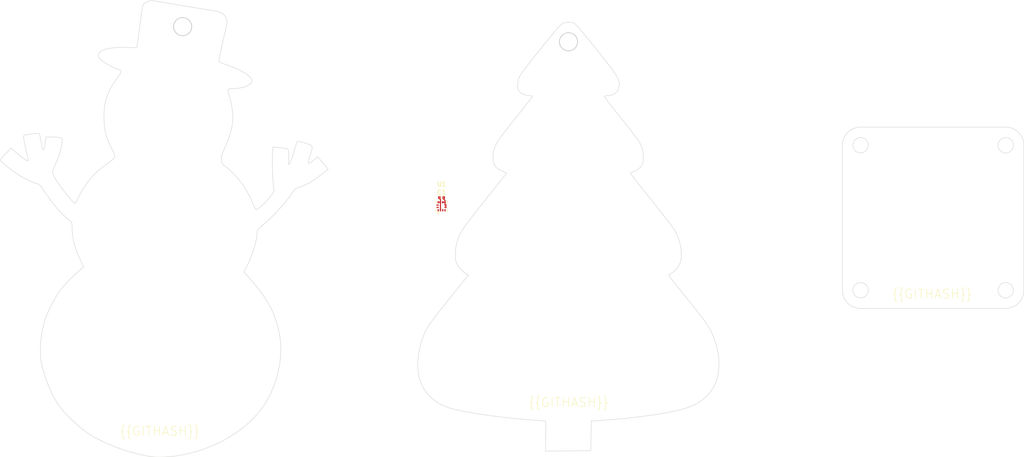
<source format=kicad_pcb>
(kicad_pcb (version 20221018) (generator pcbnew)
  (layers (0 "F.Cu" signal) (31 "B.Cu" signal) (34 "B.Paste" user) (35 "F.Paste" user) (36 "B.SilkS" user "B.Silkscreen") (37 "F.SilkS" user "F.Silkscreen") (38 "B.Mask" user) (39 "F.Mask" user) (44 "Edge.Cuts" user))
  (net 0 "")
  (net 1 "int1")
  (net 2 "int2")
  (net 3 "gnd")
  (net 4 "sda_sdi_sdo")
  (net 5 "sdo_sa0")
  (net 6 "scl_spc")
  (net 7 "vcc")
  (footprint "lib:LGA-12_L2.0-W2.0-P0.50-BL" (layer "F.Cu") (at 133.255 95.245)
    (fp_text reference "U1" (at 0 -4.88) (layer "F.SilkS"))
    (fp_text value "")
    (fp_line (start -1.27 -1.14) (end -1.27 -0.51) (stroke (width 0.1)) (layer "F.SilkS"))
    (fp_line (start -1.27 0.51) (end -1.27 1.14) (stroke (width 0.1)) (layer "F.SilkS"))
    (fp_line (start -1.27 1.14) (end -1.04 1.14) (stroke (width 0.1)) (layer "F.SilkS"))
    (fp_line (start -1.01 -1.14) (end -1.27 -1.14) (stroke (width 0.1)) (layer "F.SilkS"))
    (fp_line (start 1.02 -1.14) (end 1.27 -1.14) (stroke (width 0.1)) (layer "F.SilkS"))
    (fp_line (start 1.27 -1.14) (end 1.27 -0.51) (stroke (width 0.1)) (layer "F.SilkS"))
    (fp_line (start 1.27 0.51) (end 1.27 1.14) (stroke (width 0.1)) (layer "F.SilkS"))
    (fp_line (start 1.27 1.14) (end 1.02 1.14) (stroke (width 0.1)) (layer "F.SilkS"))
    (fp_circle (center -0.75 1.46) (end -0.68 1.46) (stroke (width 0.15)) (fill none) (layer "F.SilkS"))
    (pad "1" smd rect (at -0.75 0.88) (size 0.28 0.5) (layers "F.Cu" "F.Paste" "F.Mask") (net 6 "scl_spc"))
    (pad "2" smd rect (at -0.25 0.88) (size 0.28 0.5) (layers "F.Cu" "F.Paste" "F.Mask") (net 7 "vcc"))
    (pad "3" smd rect (at 0.25 0.88) (size 0.28 0.5) (layers "F.Cu" "F.Paste" "F.Mask") (net 5 "sdo_sa0"))
    (pad "4" smd rect (at 0.75 0.88) (size 0.28 0.5) (layers "F.Cu" "F.Paste" "F.Mask") (net 4 "sda_sdi_sdo"))
    (pad "5" smd rect (at 0.88 0.25) (size 0.5 0.28) (layers "F.Cu" "F.Paste" "F.Mask") (net 3 "gnd"))
    (pad "6" smd rect (at 0.88 -0.25) (size 0.5 0.28) (layers "F.Cu" "F.Paste" "F.Mask") (net 3 "gnd"))
    (pad "7" smd rect (at 0.75 -0.88) (size 0.28 0.5) (layers "F.Cu" "F.Paste" "F.Mask") (net 3 "gnd"))
    (pad "8" smd rect (at 0.25 -0.88) (size 0.28 0.5) (layers "F.Cu" "F.Paste" "F.Mask") (net 3 "gnd"))
    (pad "9" smd rect (at -0.25 -0.88) (size 0.28 0.5) (layers "F.Cu" "F.Paste" "F.Mask") (net 7 "vcc"))
    (pad "10" smd rect (at -0.75 -0.88) (size 0.28 0.5) (layers "F.Cu" "F.Paste" "F.Mask") (net 7 "vcc"))
    (pad "11" smd rect (at -0.88 -0.25) (size 0.5 0.28) (layers "F.Cu" "F.Paste" "F.Mask") (net 2 "int2"))
    (pad "12" smd rect (at -0.88 0.25) (size 0.5 0.28) (layers "F.Cu" "F.Paste" "F.Mask") (net 1 "int1"))
  )
  (footprint "lib:C0402" (layer "F.Cu") (at 133.240113 93.346641)
    (fp_text reference "C1" (at 0 -1.16) (layer "F.SilkS"))
    (fp_text value "Multilayer Ceramic Capacitors MLCC - SMD/SMT 100nF 10V 0402 RoHS")
    (fp_line (start -0.107836 -0.36) (end 0.107836 -0.36) (stroke (width 0.12)) (layer "F.SilkS"))
    (fp_line (start -0.107836 0.36) (end 0.107836 0.36) (stroke (width 0.12)) (layer "F.SilkS"))
    (pad "1" smd roundrect (at -0.48 0) (size 0.56 0.62) (layers "F.Cu" "F.Paste" "F.Mask") (net 7 "vcc"))
    (pad "2" smd roundrect (at 0.48 0) (size 0.56 0.62) (layers "F.Cu" "F.Paste" "F.Mask") (net 3 "gnd"))
  )
  (gr_circle (center 225.62 81.79) (end 227.32 81.79) (stroke (width 0.1)) (fill none) (layer "Edge.Cuts"))
  (gr_circle (center 257.62 113.79) (end 259.32 113.79) (stroke (width 0.1)) (fill none) (layer "Edge.Cuts"))
  (gr_circle (center 257.62 81.79) (end 259.32 81.79) (stroke (width 0.1)) (fill none) (layer "Edge.Cuts"))
  (gr_poly (pts (xy 75.142222 50.797022) (xy 79.756606 51.568267) (xy 82.366969 51.99203) (xy 83.019066 52.095762) (xy 83.303876 52.146979) (xy 83.563537 52.198618) (xy 83.799806 52.251323) (xy 84.01444 52.305736) (xy 84.209196 52.362498) (xy 84.385831 52.422252) (xy 84.546102 52.485641) (xy 84.691766 52.553306) (xy 84.824581 52.62589) (xy 84.946303 52.704035) (xy 85.05869 52.788383) (xy 85.163499 52.879577) (xy 85.262486 52.978258) (xy 85.357409 53.08507) (xy 85.479286 53.234958) (xy 85.586233 53.378736) (xy 85.634185 53.44915) (xy 85.678498 53.519015) (xy 85.719202 53.588656) (xy 85.75633 53.658402) (xy 85.789911 53.728576) (xy 85.819976 53.799506) (xy 85.846558 53.871517) (xy 85.869686 53.944936) (xy 85.889392 54.020089) (xy 85.905707 54.097301) (xy 85.918662 54.176899) (xy 85.928287 54.259209) (xy 85.934615 54.344557) (xy 85.937675 54.433269) (xy 85.937499 54.525672) (xy 85.934119 54.62209) (xy 85.927564 54.722851) (xy 85.917866 54.82828) (xy 85.889166 55.054449) (xy 85.848266 55.303204) (xy 85.795414 55.577155) (xy 85.730859 55.878909) (xy 85.654849 56.211077) (xy 84.878546 59.55341) (xy 84.657875 60.550977) (xy 84.450892 61.532488) (xy 84.331406 62.116419) (xy 84.229648 62.629765) (xy 84.15639 63.017063) (xy 84.122409 63.222849) (xy 84.123062 63.236814) (xy 84.127967 63.251873) (xy 84.137065 63.268001) (xy 84.150302 63.285171) (xy 84.167619 63.303357) (xy 84.188962 63.322534) (xy 84.214273 63.342674) (xy 84.243497 63.363751) (xy 84.313454 63.408613) (xy 84.398381 63.456909) (xy 84.497828 63.50843) (xy 84.611342 63.562966) (xy 84.738473 63.620306) (xy 84.878767 63.680241) (xy 85.031775 63.742561) (xy 85.197043 63.807056) (xy 85.374121 63.873515) (xy 85.562558 63.94173) (xy 85.7619 64.011489) (xy 85.971698 64.082583) (xy 86.585981 64.296029) (xy 87.172975 64.516947) (xy 87.730729 64.744054) (xy 88.257293 64.976069) (xy 88.75072 65.211708) (xy 89.209058 65.449689) (xy 89.63036 65.68873) (xy 90.012676 65.927548) (xy 90.354056 66.16486) (xy 90.652552 66.399385) (xy 90.906214 66.629839) (xy 91.113092 66.85494) (xy 91.271238 67.073405) (xy 91.378702 67.283953) (xy 91.412819 67.385857) (xy 91.433535 67.485301) (xy 91.440605 67.582123) (xy 91.433787 67.676165) (xy 91.41712 67.753004) (xy 91.390362 67.829368) (xy 91.35383 67.905131) (xy 91.307839 67.980165) (xy 91.252707 68.054343) (xy 91.188749 68.12754) (xy 91.116281 68.199626) (xy 91.03562 68.270477) (xy 90.947082 68.339964) (xy 90.850984 68.407961) (xy 90.747641 68.47434) (xy 90.637371 68.538975) (xy 90.520488 68.601739) (xy 90.39731 68.662505) (xy 90.268153 68.721145) (xy 90.133332 68.777534) (xy 89.993165 68.831543) (xy 89.847967 68.883047) (xy 89.543745 68.978027) (xy 89.223197 69.06146) (xy 88.888852 69.132329) (xy 88.54324 69.189618) (xy 88.188892 69.232313) (xy 88.009232 69.24787) (xy 87.828337 69.259397) (xy 87.646523 69.266767) (xy 87.464106 69.269854) (xy 87.202959 69.272042) (xy 86.97453 69.277492) (xy 86.777472 69.288473) (xy 86.690288 69.296746) (xy 86.610443 69.307253) (xy 86.537768 69.320276) (xy 86.472096 69.3361) (xy 86.413258 69.355009) (xy 86.361087 69.377285) (xy 86.315414 69.403211) (xy 86.276071 69.433073) (xy 86.24289 69.467154) (xy 86.215703 69.505736) (xy 86.194342 69.549103) (xy 86.178638 69.59754) (xy 86.168424 69.65133) (xy 86.163532 69.710755) (xy 86.163793 69.776101) (xy 86.169039 69.847649) (xy 86.179102 69.925685) (xy 86.193814 70.010491) (xy 86.236514 70.20155) (xy 86.295792 70.423093) (xy 86.370304 70.677389) (xy 86.458705 70.966708) (xy 86.582128 71.384478) (xy 86.694998 71.803093) (xy 86.797211 72.221567) (xy 86.888665 72.638919) (xy 86.969257 73.054166) (xy 87.038885 73.466323) (xy 87.097447 73.874409) (xy 87.144838 74.277439) (xy 87.180958 74.674432) (xy 87.205702 75.064404) (xy 87.21897 75.446371) (xy 87.220657 75.819352) (xy 87.210662 76.182361) (xy 87.188881 76.534418) (xy 87.155212 76.874538) (xy 87.109553 77.201739) (xy 86.986123 77.871628) (xy 86.830027 78.558912) (xy 86.643845 79.255662) (xy 86.430157 79.953949) (xy 86.19154 80.645848) (xy 85.930575 81.323429) (xy 85.649841 81.978766) (xy 85.351916 82.60393) (xy 85.189192 82.938586) (xy 85.118752 83.093315) (xy 85.055229 83.240939) (xy 84.998352 83.382431) (xy 84.947849 83.518761) (xy 84.903447 83.650903) (xy 84.864875 83.779828) (xy 84.831859 83.906506) (xy 84.804129 84.031911) (xy 84.781412 84.157013) (xy 84.763435 84.282785) (xy 84.749927 84.410197) (xy 84.740615 84.540223) (xy 84.735228 84.673833) (xy 84.733493 84.811999) (xy 84.736223 85.129082) (xy 84.741369 85.261496) (xy 84.750575 85.379459) (xy 84.764997 85.485194) (xy 84.774524 85.534172) (xy 84.785789 85.580928) (xy 84.798934 85.625739) (xy 84.814106 85.668884) (xy 84.831447 85.710641) (xy 84.851104 85.751288) (xy 84.873219 85.791103) (xy 84.897937 85.830364) (xy 84.925403 85.869349) (xy 84.955761 85.908337) (xy 84.989155 85.947605) (xy 85.02573 85.987432) (xy 85.109 86.069873) (xy 85.206725 86.157886) (xy 85.320061 86.253696) (xy 85.598185 86.477602) (xy 86.096863 86.886277) (xy 86.577755 87.306529) (xy 87.04138 87.739064) (xy 87.488258 88.184586) (xy 87.918909 88.6438) (xy 88.333852 89.117412) (xy 88.733607 89.606125) (xy 89.118694 90.110646) (xy 89.489632 90.631678) (xy 89.846941 91.169927) (xy 90.19114 91.726098) (xy 90.52275 92.300895) (xy 90.84229 92.895024) (xy 91.150279 93.509189) (xy 91.447237 94.144095) (xy 91.733683 94.800448) (xy 91.84059 95.047283) (xy 91.945802 95.277558) (xy 92.046625 95.486234) (xy 92.140364 95.668271) (xy 92.224324 95.818627) (xy 92.295813 95.932265) (xy 92.326039 95.973739) (xy 92.352136 96.004143) (xy 92.373767 96.022848) (xy 92.382804 96.027616) (xy 92.390597 96.029223) (xy 92.399173 96.028006) (xy 92.410522 96.024397) (xy 92.441219 96.010237) (xy 92.482045 95.987221) (xy 92.53236 95.955824) (xy 92.591521 95.916524) (xy 92.658887 95.869798) (xy 92.815666 95.755976) (xy 92.997564 95.618173) (xy 93.199447 95.460204) (xy 93.416182 95.285885) (xy 93.642634 95.099032) (xy 93.891007 94.882848) (xy 94.141366 94.648628) (xy 94.390948 94.400061) (xy 94.636991 94.140836) (xy 94.87673 93.874641) (xy 95.107403 93.605164) (xy 95.326247 93.336095) (xy 95.530498 93.071122) (xy 95.717394 92.813933) (xy 95.884171 92.568218) (xy 96.028066 92.337665) (xy 96.146316 92.125962) (xy 96.236159 91.936798) (xy 96.294829 91.773863) (xy 96.311612 91.703383) (xy 96.319566 91.640844) (xy 96.318345 91.586706) (xy 96.307605 91.54143) (xy 96.264441 91.378418) (xy 96.221593 91.121805) (xy 96.138989 90.373142) (xy 96.064068 89.386161) (xy 96.001109 88.251583) (xy 95.954389 87.060129) (xy 95.928186 85.902519) (xy 95.926777 84.869474) (xy 95.95444 84.051714) (xy 96.07471 82.177477) (xy 97.36716 82.304781) (xy 98.13507 82.379263) (xy 98.441266 82.413109) (xy 98.700599 82.449744) (xy 98.916803 82.492956) (xy 99.009898 82.518212) (xy 99.09361 82.546534) (xy 99.168406 82.578395) (xy 99.234753 82.614268) (xy 99.293117 82.654627) (xy 99.343964 82.699946) (xy 99.387763 82.750698) (xy 99.424978 82.807357) (xy 99.456076 82.870396) (xy 99.481525 82.94029) (xy 99.501791 83.017511) (xy 99.51734 83.102533) (xy 99.536155 83.297877) (xy 99.541702 83.530109) (xy 99.537716 83.803018) (xy 99.51607 84.486025) (xy 99.501811 85.019341) (xy 99.495778 85.429631) (xy 99.49953 85.727933) (xy 99.505563 85.838537) (xy 99.514626 85.925284) (xy 99.526915 85.989553) (xy 99.542625 86.032723) (xy 99.551823 86.046828) (xy 99.56195 86.056175) (xy 99.573029 86.060938) (xy 99.585085 86.061289) (xy 99.612224 86.049443) (xy 99.643564 86.022019) (xy 99.679299 85.980395) (xy 99.719623 85.925951) (xy 99.770963 85.835961) (xy 99.83738 85.6921) (xy 100.00736 85.267042) (xy 100.213404 84.699332) (xy 100.439353 84.037526) (xy 100.669049 83.330178) (xy 100.886332 82.625845) (xy 101.075044 81.973082) (xy 101.219027 81.420443) (xy 101.232451 81.367288) (xy 101.246658 81.317349) (xy 101.261814 81.270604) (xy 101.278084 81.227032) (xy 101.295634 81.186611) (xy 101.314631 81.149321) (xy 101.33524 81.115138) (xy 101.357628 81.084043) (xy 101.381959 81.056013) (xy 101.4084 81.031027) (xy 101.437117 81.009064) (xy 101.468275 80.990102) (xy 101.502041 80.974119) (xy 101.538581 80.961095) (xy 101.578059 80.951007) (xy 101.620643 80.943835) (xy 101.666497 80.939556) (xy 101.715788 80.938149) (xy 101.768682 80.939594) (xy 101.825345 80.943867) (xy 101.885942 80.950949) (xy 101.950639 80.960817) (xy 102.019603 80.97345) (xy 102.092998 80.988826) (xy 102.170992 81.006924) (xy 102.253749 81.027723) (xy 102.434219 81.077337) (xy 102.635734 81.137495) (xy 102.859622 81.208025) (xy 103.581471 81.438726) (xy 103.868146 81.535185) (xy 104.108644 81.625316) (xy 104.212356 81.669476) (xy 104.305459 81.713816) (xy 104.388264 81.758923) (xy 104.461082 81.805384) (xy 104.524226 81.853787) (xy 104.578006 81.904719) (xy 104.622735 81.958768) (xy 104.658725 82.01652) (xy 104.686285 82.078563) (xy 104.705729 82.145484) (xy 104.717368 82.217871) (xy 104.721513 82.296311) (xy 104.718476 82.381392) (xy 104.708568 82.4737) (xy 104.692102 82.573823) (xy 104.669388 82.682348) (xy 104.606464 82.926954) (xy 104.522289 83.212218) (xy 104.300158 83.92351) (xy 104.076968 84.658354) (xy 103.993442 84.95378) (xy 103.929762 85.203046) (xy 103.886777 85.407528) (xy 103.865337 85.568604) (xy 103.862962 85.633296) (xy 103.866292 85.687652) (xy 103.875434 85.731846) (xy 103.890492 85.766049) (xy 103.911574 85.790433) (xy 103.938786 85.805172) (xy 103.972234 85.810436) (xy 104.012025 85.806398) (xy 104.058263 85.79323) (xy 104.111056 85.771105) (xy 104.236732 85.700671) (xy 104.3899 85.596472) (xy 104.571411 85.459887) (xy 105.02286 85.095065) (xy 105.918216 84.355181) (xy 106.388476 84.86751) (xy 106.496975 84.987739) (xy 106.625318 85.133369) (xy 106.92254 85.478508) (xy 107.242155 85.858286) (xy 107.546176 86.22806) (xy 108.2336 87.076296) (xy 106.72333 88.254687) (xy 106.031007 88.783192) (xy 105.392025 89.245391) (xy 105.089314 89.453516) (xy 104.796071 89.647331) (xy 104.511007 89.827593) (xy 104.232833 89.995056) (xy 103.960259 90.150478) (xy 103.691998 90.294613) (xy 103.426759 90.428217) (xy 103.163254 90.552046) (xy 102.900193 90.666855) (xy 102.636288 90.773401) (xy 102.370249 90.872439) (xy 102.100787 90.964724) (xy 101.955978 91.013649) (xy 101.818902 91.062832) (xy 101.689432 91.112348) (xy 101.567439 91.162273) (xy 101.452795 91.212683) (xy 101.345371 91.263651) (xy 101.245039 91.315254) (xy 101.151671 91.367567) (xy 101.065138 91.420665) (xy 100.985313 91.474624) (xy 100.912065 91.529517) (xy 100.845269 91.585421) (xy 100.784794 91.642412) (xy 100.730512 91.700563) (xy 100.682296 91.759951) (xy 100.640017 91.82065) (xy 100.313962 92.312951) (xy 99.958065 92.82026) (xy 99.575318 93.339289) (xy 99.168711 93.866747) (xy 98.741234 94.399346) (xy 98.295878 94.933795) (xy 97.835635 95.466804) (xy 97.363494 95.995083) (xy 96.882446 96.515343) (xy 96.395482 97.024295) (xy 95.905593 97.518647) (xy 95.415769 97.995111) (xy 94.929002 98.450396) (xy 94.44828 98.881213) (xy 93.976596 99.284272) (xy 93.51694 99.656283) (xy 93.364132 99.777198) (xy 93.228349 99.887118) (xy 93.108601 99.987555) (xy 93.003899 100.080022) (xy 92.913256 100.166032) (xy 92.835682 100.247098) (xy 92.770188 100.324733) (xy 92.741662 100.362737) (xy 92.715786 100.40045) (xy 92.692435 100.438062) (xy 92.671487 100.475762) (xy 92.652817 100.513738) (xy 92.636302 100.552181) (xy 92.621819 100.591279) (xy 92.609244 100.631221) (xy 92.589322 100.714395) (xy 92.575548 100.803215) (xy 92.566934 100.899195) (xy 92.56249 101.003847) (xy 92.561229 101.118685) (xy 92.548214 101.459191) (xy 92.510172 101.840399) (xy 92.448603 102.257479) (xy 92.365007 102.705605) (xy 92.260885 103.179948) (xy 92.137739 103.675679) (xy 91.997068 104.187971) (xy 91.840373 104.711996) (xy 91.669155 105.242926) (xy 91.484915 105.775933) (xy 91.289154 106.306188) (xy 91.083372 106.828864) (xy 90.86907 107.339132) (xy 90.647749 107.832164) (xy 90.420909 108.303133) (xy 90.190051 108.74721) (xy 89.658061 109.729433) (xy 90.799319 111.025652) (xy 91.552256 111.894452) (xy 92.247519 112.726345) (xy 92.887901 113.52649) (xy 93.476195 114.300047) (xy 94.015193 115.052178) (xy 94.507688 115.788042) (xy 94.956473 116.5128) (xy 95.364341 117.231612) (xy 95.734083 117.949638) (xy 96.068493 118.672038) (xy 96.370364 119.403974) (xy 96.642488 120.150605) (xy 96.887657 120.917091) (xy 97.108665 121.708593) (xy 97.308304 122.530271) (xy 97.489367 123.387286) (xy 97.659586 124.435519) (xy 97.764545 125.512723) (xy 97.805707 126.613102) (xy 97.784533 127.73086) (xy 97.702485 128.860202) (xy 97.561026 129.995332) (xy 97.361618 131.130454) (xy 97.105722 132.259774) (xy 96.794801 133.377494) (xy 96.430316 134.47782) (xy 96.01373 135.554956) (xy 95.546505 136.603107) (xy 95.030102 137.616476) (xy 94.465984 138.589268) (xy 93.855613 139.515689) (xy 93.20045 140.389941) (xy 92.386005 141.350273) (xy 91.510226 142.273552) (xy 90.576227 143.158109) (xy 89.587122 144.002278) (xy 88.546024 144.80439) (xy 87.456048 145.562779) (xy 86.320308 146.275777) (xy 85.141916 146.941716) (xy 83.923988 147.558929) (xy 82.669636 148.125749) (xy 81.381976 148.640508) (xy 80.06412 149.101539) (xy 78.719182 149.507174) (xy 77.350277 149.855747) (xy 75.960518 150.145589) (xy 74.553019 150.375033) (xy 73.862872 150.459306) (xy 73.131633 150.525975) (xy 72.383923 150.574372) (xy 71.644361 150.603827) (xy 70.93757 150.613671) (xy 70.288169 150.603235) (xy 69.720779 150.57185) (xy 69.475532 150.548093) (xy 69.26002 150.518847) (xy 69.260051 150.518832) (xy 67.831835 150.262486) (xy 66.416949 149.953785) (xy 65.016193 149.592984) (xy 63.630368 149.180338) (xy 62.260274 148.716103) (xy 60.90671 148.200532) (xy 59.570477 147.633881) (xy 58.252375 147.016405) (xy 57.283074 146.528505) (xy 56.847829 146.298277) (xy 56.438641 146.072324) (xy 56.050351 145.846994) (xy 55.6778 145.618633) (xy 55.315827 145.383588) (xy 54.959273 145.138205) (xy 54.602979 144.87883) (xy 54.241783 144.601811) (xy 53.870528 144.303492) (xy 53.484054 143.980222) (xy 52.644807 143.244211) (xy 51.682765 142.36455) (xy 51.097036 141.804159) (xy 50.54538 141.238954) (xy 50.025658 140.665073) (xy 49.535731 140.078649) (xy 49.07346 139.475819) (xy 48.636705 138.852719) (xy 48.223328 138.205483) (xy 47.831189 137.530249) (xy 47.458149 136.823151) (xy 47.10207 136.080325) (xy 46.760812 135.297907) (xy 46.432236 134.472032) (xy 46.114202 133.598836) (xy 45.804573 132.674455) (xy 45.501208 131.695024) (xy 45.201968 130.656679) (xy 45.078569 130.147371) (xy 44.978794 129.594224) (xy 44.90231 129.00242) (xy 44.848785 128.377144) (xy 44.817886 127.723579) (xy 44.809281 127.046907) (xy 44.822637 126.352311) (xy 44.857621 125.644974) (xy 44.913901 124.93008) (xy 44.991145 124.212811) (xy 45.089019 123.498351) (xy 45.207191 122.791883) (xy 45.345328 122.098589) (xy 45.503099 121.423652) (xy 45.68017 120.772256) (xy 45.876208 120.149584) (xy 46.005143 119.787909) (xy 46.154924 119.401263) (xy 46.508073 118.570286) (xy 46.917749 117.69111) (xy 47.366047 116.79819) (xy 47.83506 115.92598) (xy 48.306883 115.108937) (xy 48.76361 114.381515) (xy 48.980717 114.062179) (xy 49.187335 113.77817) (xy 49.387433 113.519297) (xy 49.599256 113.255538) (xy 50.056372 112.715109) (xy 50.555279 112.160374) (xy 51.092575 111.594824) (xy 51.664855 111.021952) (xy 52.268718 110.445248) (xy 52.900758 109.868205) (xy 53.557574 109.294314) (xy 54.329783 108.634142) (xy 53.616031 107.110232) (xy 53.390001 106.6154) (xy 53.179365 106.128819) (xy 52.984012 105.650049) (xy 52.803829 105.178652) (xy 52.638704 104.71419) (xy 52.488525 104.256224) (xy 52.353181 103.804315) (xy 52.232559 103.358025) (xy 52.126547 102.916915) (xy 52.035034 102.480548) (xy 51.957906 102.048484) (xy 51.895053 101.620284) (xy 51.846363 101.195511) (xy 51.811722 100.773726) (xy 51.79102 100.35449) (xy 51.784144 99.937365) (xy 51.780657 99.620612) (xy 51.776007 99.482669) (xy 51.769161 99.357285) (xy 51.759927 99.243666) (xy 51.748111 99.141014) (xy 51.733519 99.048534) (xy 51.715958 98.96543) (xy 51.695233 98.890904) (xy 51.671153 98.824161) (xy 51.643523 98.764406) (xy 51.612149 98.71084) (xy 51.576839 98.662669) (xy 51.537399 98.619096) (xy 51.493635 98.579325) (xy 51.445353 98.542559) (xy 51.149902 98.324092) (xy 50.839064 98.073347) (xy 50.514896 97.792628) (xy 50.179453 97.484238) (xy 49.834791 97.150482) (xy 49.482966 96.793665) (xy 49.126033 96.41609) (xy 48.766047 96.020062) (xy 48.405065 95.607885) (xy 48.045142 95.181864) (xy 47.688333 94.744302) (xy 47.336694 94.297504) (xy 46.992281 93.843774) (xy 46.657149 93.385417) (xy 46.333354 92.924737) (xy 46.022952 92.464037) (xy 45.611719 91.844971) (xy 45.279782 91.362091) (xy 45.137757 91.165551) (xy 45.008606 90.995655) (xy 44.89001 90.849933) (xy 44.779654 90.725918) (xy 44.675221 90.621143) (xy 44.574392 90.533138) (xy 44.474852 90.459437) (xy 44.374284 90.397571) (xy 44.27037 90.345073) (xy 44.160793 90.299474) (xy 44.043237 90.258307) (xy 43.915385 90.219103) (xy 43.593888 90.117525) (xy 43.255864 89.996009) (xy 42.903268 89.855657) (xy 42.538058 89.697573) (xy 42.162189 89.522858) (xy 41.777618 89.332616) (xy 41.386301 89.127951) (xy 40.990194 88.909964) (xy 40.591254 88.679759) (xy 40.191438 88.438438) (xy 39.792701 88.187105) (xy 39.396999 87.926862) (xy 39.00629 87.658812) (xy 38.622529 87.384058) (xy 38.247673 87.103703) (xy 37.883677 86.81885) (xy 37.49456 86.502783) (xy 37.131548 86.199554) (xy 36.802586 85.916398) (xy 36.515619 85.660548) (xy 36.278593 85.439239) (xy 36.099452 85.259705) (xy 36.034071 85.187865) (xy 35.986141 85.129182) (xy 35.956654 85.08456) (xy 35.946605 85.054903) (xy 35.948192 85.042433) (xy 35.952903 85.026953) (xy 35.971384 84.987332) (xy 36.001425 84.936776) (xy 36.042403 84.876021) (xy 36.093695 84.805804) (xy 36.154681 84.726859) (xy 36.224736 84.639924) (xy 36.303239 84.545735) (xy 36.389567 84.445026) (xy 36.483097 84.338536) (xy 36.689276 84.11115) (xy 36.916796 83.869466) (xy 37.037003 83.745102) (xy 37.160678 83.619372) (xy 38.374759 82.395922) (xy 39.365809 83.301684) (xy 39.814301 83.698656) (xy 40.266196 84.075272) (xy 40.704205 84.419302) (xy 41.111041 84.718514) (xy 41.469414 84.960676) (xy 41.625024 85.056541) (xy 41.762035 85.133557) (xy 41.878286 85.190195) (xy 41.971615 85.224926) (xy 42.039863 85.236222) (xy 42.063905 85.232603) (xy 42.080867 85.222552) (xy 42.085566 85.215268) (xy 42.089233 85.203934) (xy 42.093537 85.169549) (xy 42.093921 85.120268) (xy 42.090523 85.056964) (xy 42.083485 84.98051) (xy 42.072948 84.891778) (xy 42.059051 84.79164) (xy 42.041937 84.68097) (xy 41.998614 84.43152) (xy 41.944105 84.150408) (xy 41.879534 83.844615) (xy 41.806025 83.52112) (xy 41.578977 82.541169) (xy 41.399614 81.732306) (xy 41.265507 81.079136) (xy 41.174225 80.56626) (xy 41.123338 80.17828) (xy 41.112283 80.026315) (xy 41.110416 79.899799) (xy 41.117432 79.796809) (xy 41.133029 79.71542) (xy 41.156901 79.653706) (xy 41.188746 79.609743) (xy 41.213078 79.592846) (xy 41.252556 79.575085) (xy 41.372962 79.537437) (xy 41.541984 79.497733) (xy 41.751641 79.456905) (xy 42.26094 79.37561) (xy 42.837013 79.301016) (xy 43.416018 79.240586) (xy 43.934111 79.201782) (xy 44.150364 79.192822) (xy 44.327447 79.192067) (xy 44.45738 79.20045) (xy 44.532183 79.218905) (xy 44.538527 79.223215) (xy 44.545097 79.229471) (xy 44.551878 79.23762) (xy 44.558855 79.247608) (xy 44.573336 79.272888) (xy 44.588416 79.304879) (xy 44.603974 79.343154) (xy 44.619887 79.387282) (xy 44.636031 79.436835) (xy 44.652284 79.491383) (xy 44.668525 79.550496) (xy 44.684629 79.613746) (xy 44.700475 79.680703) (xy 44.715939 79.750937) (xy 44.7309 79.82402) (xy 44.745234 79.899521) (xy 44.75882 79.977012) (xy 44.771533 80.056063) (xy 44.946351 81.130774) (xy 45.025944 81.564983) (xy 45.101061 81.931234) (xy 45.172253 82.230134) (xy 45.24007 82.462288) (xy 45.305063 82.628302) (xy 45.336673 82.686696) (xy 45.367783 82.728781) (xy 45.398463 82.754634) (xy 45.428781 82.764331) (xy 45.458807 82.757947) (xy 45.488608 82.735557) (xy 45.518254 82.697238) (xy 45.547814 82.643066) (xy 45.606951 82.487462) (xy 45.666568 82.269351) (xy 45.727218 81.98934) (xy 45.78945 81.648032) (xy 45.853816 81.246035) (xy 46.055377 79.918581) (xy 47.417926 79.96628) (xy 48.109143 79.993687) (xy 48.392021 80.009194) (xy 48.636741 80.027435) (xy 48.846051 80.049559) (xy 49.022696 80.076715) (xy 49.169424 80.110051) (xy 49.288982 80.150717) (xy 49.339431 80.174158) (xy 49.384117 80.199861) (xy 49.423385 80.227972) (xy 49.457577 80.258632) (xy 49.487036 80.291987) (xy 49.512107 80.32818) (xy 49.533132 80.367353) (xy 49.550455 80.409652) (xy 49.575367 80.504197) (xy 49.589592 80.612965) (xy 49.595876 80.737105) (xy 49.596965 80.877764) (xy 49.590289 81.099803) (xy 49.571905 81.336737) (xy 49.542029 81.587807) (xy 49.500879 81.852253) (xy 49.448672 82.129318) (xy 49.385623 82.418243) (xy 49.311951 82.718269) (xy 49.227873 83.028637) (xy 49.133604 83.34859) (xy 49.029362 83.677367) (xy 48.915364 84.014212) (xy 48.791827 84.358364) (xy 48.658967 84.709065) (xy 48.517002 85.065558) (xy 48.366148 85.427082) (xy 48.206622 85.792879) (xy 47.949769 86.374791) (xy 47.755997 86.832451) (xy 47.68104 87.021721) (xy 47.619784 87.188367) (xy 47.571537 87.335205) (xy 47.535609 87.465048) (xy 47.511311 87.580709) (xy 47.497952 87.685002) (xy 47.494842 87.78074) (xy 47.501291 87.870737) (xy 47.516609 87.957807) (xy 47.540106 88.044763) (xy 47.571091 88.134418) (xy 47.608874 88.229586) (xy 47.761079 88.551834) (xy 47.975096 88.939463) (xy 48.241913 89.380584) (xy 48.55252 89.863307) (xy 49.269066 90.905997) (xy 50.052651 91.972411) (xy 50.831193 92.967426) (xy 51.196047 93.408433) (xy 51.532609 93.795921) (xy 51.831869 94.117998) (xy 52.084818 94.362774) (xy 52.282443 94.518359) (xy 52.357694 94.558989) (xy 52.415736 94.572863) (xy 52.426811 94.571375) (xy 52.439084 94.56696) (xy 52.452509 94.559691) (xy 52.467041 94.549641) (xy 52.482633 94.536883) (xy 52.499239 94.521489) (xy 52.516813 94.503532) (xy 52.535309 94.483086) (xy 52.574881 94.435018) (xy 52.617586 94.377866) (xy 52.663055 94.312214) (xy 52.710918 94.238646) (xy 52.760808 94.157745) (xy 52.812354 94.070093) (xy 52.865187 93.976276) (xy 52.918939 93.876875) (xy 52.97324 93.772474) (xy 53.02772 93.663657) (xy 53.082012 93.551007) (xy 53.135745 93.435107) (xy 53.405424 92.869327) (xy 53.69623 92.311615) (xy 54.007442 91.76282) (xy 54.338342 91.223792) (xy 54.688208 90.695381) (xy 55.05632 90.178436) (xy 55.441958 89.673808) (xy 55.844402 89.182347) (xy 56.262932 88.704901) (xy 56.696828 88.242322) (xy 57.145369 87.795459) (xy 57.607836 87.365163) (xy 58.083508 86.952281) (xy 58.571665 86.557666) (xy 59.071586 86.182166) (xy 59.582553 85.826632) (xy 59.914962 85.598282) (xy 60.214172 85.3804) (xy 60.477869 85.17504) (xy 60.595674 85.077698) (xy 60.703732 84.984257) (xy 60.801753 84.894974) (xy 60.889447 84.810106) (xy 60.966524 84.72991) (xy 61.032694 84.654642) (xy 61.087669 84.584559) (xy 61.131158 84.519919) (xy 61.162872 84.460977) (xy 61.182521 84.407992) (xy 61.189444 84.378526) (xy 61.194656 84.347449) (xy 61.198136 84.314702) (xy 61.199864 84.280227) (xy 61.197977 84.205863) (xy 61.188829 84.123892) (xy 61.172254 84.033852) (xy 61.148084 83.935279) (xy 61.116154 83.82771) (xy 61.076297 83.71068) (xy 61.028345 83.583727) (xy 60.972134 83.446388) (xy 60.907495 83.298197) (xy 60.834263 83.138693) (xy 60.75227 82.967412) (xy 60.661351 82.783889) (xy 60.561339 82.587662) (xy 60.452067 82.378268) (xy 60.237971 81.961359) (xy 60.041673 81.555601) (xy 59.862568 81.158484) (xy 59.700049 80.767498) (xy 59.553508 80.380135) (xy 59.422339 79.993885) (xy 59.305935 79.60624) (xy 59.203689 79.21469) (xy 59.114995 78.816725) (xy 59.039245 78.409838) (xy 58.975833 77.991518) (xy 58.924151 77.559256) (xy 58.883594 77.110544) (xy 58.853553 76.642872) (xy 58.833423 76.153731) (xy 58.822596 75.640612) (xy 58.82378 75.019765) (xy 58.843433 74.425285) (xy 58.882591 73.854032) (xy 58.942291 73.302869) (xy 59.023569 72.768658) (xy 59.127459 72.248262) (xy 59.255 71.738542) (xy 59.407225 71.236361) (xy 59.585172 70.73858) (xy 59.789877 70.242062) (xy 60.022374 69.743669) (xy 60.283701 69.240263) (xy 60.574893 68.728705) (xy 60.896986 68.205859) (xy 61.251015 67.668586) (xy 61.638018 67.113749) (xy 61.84244 66.825076) (xy 62.020375 66.566593) (xy 62.17201 66.336298) (xy 62.29753 66.132187) (xy 62.397121 65.95226) (xy 62.470968 65.794512) (xy 62.498296 65.72333) (xy 62.519258 65.656942) (xy 62.533877 65.595098) (xy 62.542176 65.537547) (xy 62.544179 65.484039) (xy 62.539908 65.434323) (xy 62.529387 65.388151) (xy 62.512639 65.34527) (xy 62.489688 65.305431) (xy 62.460556 65.268384) (xy 62.425267 65.233878) (xy 62.383844 65.201662) (xy 62.33631 65.171487) (xy 62.282689 65.143103) (xy 62.157276 65.090703) (xy 62.007792 65.042459) (xy 61.834422 64.996371) (xy 61.657986 64.943069) (xy 61.445562 64.862593) (xy 61.203024 64.758325) (xy 60.93625 64.633653) (xy 60.353499 64.336631) (xy 59.744319 63.998608) (xy 59.155721 63.646664) (xy 58.634716 63.307879) (xy 58.414252 63.151884) (xy 58.228316 63.009334) (xy 58.082783 62.883614) (xy 57.983531 62.778109) (xy 57.869943 62.622242) (xy 57.777351 62.470362) (xy 57.705558 62.322559) (xy 57.654369 62.178917) (xy 57.623588 62.039526) (xy 57.613018 61.904471) (xy 57.622463 61.773839) (xy 57.651728 61.647718) (xy 57.700616 61.526195) (xy 57.768931 61.409356) (xy 57.856477 61.297289) (xy 57.963058 61.190081) (xy 58.088479 61.087819) (xy 58.232542 60.99059) (xy 58.395052 60.89848) (xy 58.575812 60.811578) (xy 58.774627 60.72997) (xy 58.991301 60.653743) (xy 59.225638 60.582984) (xy 59.477441 60.51778) (xy 59.746514 60.458218) (xy 60.032661 60.404385) (xy 60.335687 60.356369) (xy 60.655395 60.314256) (xy 60.991589 60.278134) (xy 61.344073 60.248089) (xy 61.712651 60.224208) (xy 62.097127 60.20658) (xy 62.497305 60.195289) (xy 62.912988 60.190424) (xy 63.343981 60.192072) (xy 63.790088 60.20032) (xy 66.056857 60.258219) (xy 66.273486 58.80189) (xy 66.542465 56.891029) (xy 66.884944 54.341891) (xy 67.190183 52.053843) (xy 67.248082 51.679802) (xy 67.303557 51.37005) (xy 67.359078 51.117137) (xy 67.417116 50.913616) (xy 67.48014 50.752035) (xy 67.55062 50.624945) (xy 67.631027 50.524898) (xy 67.72383 50.444442) (xy 67.831501 50.37613) (xy 67.956508 50.312512) (xy 68.268412 50.169558) (xy 69.100734 49.778315)) (stroke (width 0.1)) (fill none) (layer "Edge.Cuts"))
  (gr_arc (start 261.62 113.79) (mid 260.448427 116.618427) (end 257.62 117.79) (stroke (width 0.1)) (layer "Edge.Cuts"))
  (gr_arc (start 225.62 117.79) (mid 222.791573 116.618427) (end 221.62 113.79) (stroke (width 0.1)) (layer "Edge.Cuts"))
  (gr_line (start 261.62 113.79) (end 261.62 81.79) (stroke (width 0.1)) (layer "Edge.Cuts"))
  (gr_circle (center 161.229974 58.946031) (end 163.229974 58.946031) (stroke (width 0.2)) (fill none) (layer "Edge.Cuts"))
  (gr_line (start 221.62 81.79) (end 221.62 113.79) (stroke (width 0.1)) (layer "Edge.Cuts"))
  (gr_arc (start 257.62 77.79) (mid 260.448427 78.961573) (end 261.62 81.79) (stroke (width 0.1)) (layer "Edge.Cuts"))
  (gr_poly (pts (xy 161.429183 54.643361) (xy 161.588699 54.648976) (xy 161.743405 54.660128) (xy 161.8913 54.67685) (xy 162.030385 54.699174) (xy 162.158659 54.727132) (xy 162.274122 54.760758) (xy 162.374774 54.800082) (xy 162.418214 54.822065) (xy 162.465501 54.850416) (xy 162.517128 54.885713) (xy 162.573587 54.928531) (xy 162.702967 55.039035) (xy 162.857578 55.186538) (xy 163.041357 55.37565) (xy 163.258241 55.610981) (xy 163.512165 55.897139) (xy 163.807067 56.238735) (xy 164.146884 56.640378) (xy 164.53555 57.106678) (xy 164.977005 57.642244) (xy 165.475183 58.251687) (xy 166.657456 59.710639) (xy 168.113864 61.520411) (xy 169.490282 63.25197) (xy 170.562092 64.650979) (xy 170.993296 65.243203) (xy 171.359779 65.7732) (xy 171.665351 66.247941) (xy 171.913823 66.674396) (xy 172.109006 67.059535) (xy 172.254708 67.41033) (xy 172.354741 67.733749) (xy 172.412915 68.036764) (xy 172.433041 68.326344) (xy 172.418927 68.609461) (xy 172.374385 68.893084) (xy 172.303226 69.184183) (xy 172.274597 69.278158) (xy 172.242 69.369887) (xy 172.205507 69.459324) (xy 172.165188 69.546423) (xy 172.121114 69.631137) (xy 172.073357 69.713419) (xy 172.021987 69.793223) (xy 171.967076 69.870502) (xy 171.908694 69.945208) (xy 171.846914 70.017296) (xy 171.781806 70.08672) (xy 171.71344 70.153431) (xy 171.641889 70.217383) (xy 171.567223 70.278531) (xy 171.489513 70.336826) (xy 171.408831 70.392223) (xy 171.325247 70.444674) (xy 171.238833 70.494134) (xy 171.14966 70.540554) (xy 171.057799 70.58389) (xy 170.96332 70.624093) (xy 170.866295 70.661118) (xy 170.766796 70.694917) (xy 170.664893 70.725444) (xy 170.560657 70.752652) (xy 170.45416 70.776495) (xy 170.345472 70.796926) (xy 170.234664 70.813898) (xy 170.121809 70.827364) (xy 170.006976 70.837278) (xy 169.890237 70.843593) (xy 169.771663 70.846262) (xy 169.726607 70.847177) (xy 169.681188 70.849133) (xy 169.590479 70.855957) (xy 169.501974 70.8663) (xy 169.418107 70.879728) (xy 169.378675 70.887463) (xy 169.341315 70.895806) (xy 169.306334 70.904703) (xy 169.274034 70.9141) (xy 169.244721 70.923942) (xy 169.218699 70.934176) (xy 169.196272 70.944746) (xy 169.177745 70.955599) (xy 169.171643 70.965792) (xy 169.172154 70.983757) (xy 169.17922 71.009417) (xy 169.192785 71.042693) (xy 169.239181 71.131786) (xy 169.310885 71.250417) (xy 169.407439 71.397965) (xy 169.528385 71.573811) (xy 169.673265 71.777334) (xy 169.841623 72.007915) (xy 170.246938 72.547768) (xy 170.740668 73.18841) (xy 171.319154 73.924882) (xy 171.978732 74.752222) (xy 174.641332 78.093405) (xy 175.537111 79.246786) (xy 176.200008 80.134787) (xy 176.673118 80.816979) (xy 176.99954 81.352933) (xy 177.222371 81.802218) (xy 177.384708 82.224406) (xy 177.462833 82.472098) (xy 177.531331 82.72855) (xy 177.59016 82.991701) (xy 177.639284 83.259489) (xy 177.678662 83.529854) (xy 177.708257 83.800735) (xy 177.728028 84.070071) (xy 177.737937 84.335802) (xy 177.737946 84.595867) (xy 177.728014 84.848205) (xy 177.708104 85.090755) (xy 177.678176 85.321456) (xy 177.638191 85.538248) (xy 177.588111 85.739069) (xy 177.527896 85.92186) (xy 177.457507 86.084559) (xy 177.391656 86.207668) (xy 177.318059 86.327563) (xy 177.236853 86.444134) (xy 177.148173 86.557272) (xy 177.052156 86.666869) (xy 176.948938 86.772814) (xy 176.838657 86.874999) (xy 176.721448 86.973315) (xy 176.597448 87.067652) (xy 176.466794 87.157903) (xy 176.32962 87.243956) (xy 176.186065 87.325705) (xy 176.036265 87.403039) (xy 175.880355 87.475849) (xy 175.718473 87.544027) (xy 175.550754 87.607462) (xy 175.482045 87.632835) (xy 175.415483 87.658969) (xy 175.351405 87.685667) (xy 175.290146 87.712731) (xy 175.23204 87.739963) (xy 175.177423 87.767164) (xy 175.126631 87.794136) (xy 175.079997 87.820681) (xy 175.037859 87.846601) (xy 175.00055 87.871698) (xy 174.968407 87.895773) (xy 174.941764 87.918629) (xy 174.920956 87.940066) (xy 174.90632 87.959888) (xy 174.898189 87.977896) (xy 174.896668 87.986157) (xy 174.8969 87.993891) (xy 174.922027 88.037315) (xy 174.991394 88.135797) (xy 175.25375 88.486297) (xy 176.209258 89.720013) (xy 177.617844 91.508896) (xy 179.333926 93.666804) (xy 181.092323 95.879526) (xy 182.616098 97.817656) (xy 183.742073 99.272256) (xy 184.307071 100.034388) (xy 184.515284 100.360502) (xy 184.7117 100.694247) (xy 184.896111 101.034954) (xy 185.068309 101.381957) (xy 185.228084 101.734588) (xy 185.375229 102.092181) (xy 185.509535 102.454068) (xy 185.630794 102.819582) (xy 185.738797 103.188056) (xy 185.833335 103.558822) (xy 185.914201 103.931214) (xy 185.981186 104.304563) (xy 186.034081 104.678204) (xy 186.072678 105.051468) (xy 186.096768 105.423689) (xy 186.106143 105.794199) (xy 186.105091 106.172735) (xy 186.095928 106.491761) (xy 186.087599 106.633067) (xy 186.076394 106.764426) (xy 186.062032 106.887483) (xy 186.044229 107.003882) (xy 186.022703 107.115265) (xy 185.997171 107.223277) (xy 185.967351 107.329562) (xy 185.932961 107.435763) (xy 185.893716 107.543524) (xy 185.849336 107.654488) (xy 185.744037 107.892603) (xy 185.654537 108.079442) (xy 185.563285 108.257402) (xy 185.469989 108.426825) (xy 185.374358 108.588053) (xy 185.276102 108.741425) (xy 185.174928 108.887283) (xy 185.070547 109.025968) (xy 184.962667 109.15782) (xy 184.850997 109.283181) (xy 184.735246 109.402392) (xy 184.615122 109.515794) (xy 184.490336 109.623727) (xy 184.360596 109.726532) (xy 184.22561 109.824551) (xy 184.085088 109.918125) (xy 183.938739 110.007593) (xy 183.810996 110.084401) (xy 183.691836 110.159793) (xy 183.583867 110.231854) (xy 183.489696 110.298666) (xy 183.41193 110.358313) (xy 183.380014 110.384851) (xy 183.353176 110.408878) (xy 183.331744 110.430155) (xy 183.316042 110.448443) (xy 183.306397 110.463502) (xy 183.303947 110.469746) (xy 183.303134 110.475092) (xy 183.318272 110.503511) (xy 183.362609 110.567965) (xy 183.532916 110.797359) (xy 183.802115 111.148045) (xy 184.158269 111.604794) (xy 185.08369 112.775559) (xy 186.213672 114.187815) (xy 189.362188 118.120691) (xy 190.402126 119.447898) (xy 191.169656 120.462983) (xy 191.727633 121.251467) (xy 192.13891 121.898876) (xy 192.466342 122.490732) (xy 192.772785 123.112559) (xy 193.051147 123.726705) (xy 193.303988 124.346147) (xy 193.531154 124.969731) (xy 193.732492 125.596305) (xy 193.907848 126.224716) (xy 194.05707 126.853811) (xy 194.180003 127.482437) (xy 194.276494 128.109442) (xy 194.346391 128.733673) (xy 194.389538 129.353977) (xy 194.405784 129.969202) (xy 194.394974 130.578194) (xy 194.356955 131.1798) (xy 194.291575 131.772869) (xy 194.198678 132.356247) (xy 194.078113 132.928782) (xy 193.929544 133.476781) (xy 193.74781 134.009233) (xy 193.533455 134.525547) (xy 193.287022 135.025131) (xy 193.009057 135.507395) (xy 192.700103 135.971748) (xy 192.360704 136.4176) (xy 191.991405 136.844359) (xy 191.592749 137.251434) (xy 191.165282 137.638235) (xy 190.709547 138.004171) (xy 190.226087 138.348651) (xy 189.715449 138.671084) (xy 189.178175 138.970879) (xy 188.61481 139.247446) (xy 188.025897 139.500193) (xy 187.387382 139.730873) (xy 186.62691 139.962173) (xy 185.752713 140.192844) (xy 184.773022 140.421641) (xy 182.530085 140.868622) (xy 179.96395 141.293139) (xy 177.140466 141.685214) (xy 174.125485 142.034872) (xy 170.984858 142.332135) (xy 167.784435 142.567026) (xy 166.231372 142.664027) (xy 166.19247 145.936793) (xy 166.153667 149.209559) (xy 161.14812 149.247553) (xy 156.142551 149.285548) (xy 156.211231 145.955256) (xy 156.23825 144.264273) (xy 156.238691 143.682086) (xy 156.22939 143.24944) (xy 156.209575 142.946836) (xy 156.195482 142.838207) (xy 156.178471 142.754778) (xy 156.158445 142.69411) (xy 156.135307 142.653767) (xy 156.108961 142.631312) (xy 156.079311 142.624308) (xy 155.214992 142.57575) (xy 153.588337 142.458798) (xy 151.746032 142.31468) (xy 150.23476 142.184626) (xy 147.951424 141.950142) (xy 145.645248 141.676286) (xy 143.382545 141.373503) (xy 141.229626 141.052239) (xy 139.252805 140.722941) (xy 137.518395 140.396054) (xy 136.092708 140.082025) (xy 135.042056 139.7913) (xy 134.381421 139.556594) (xy 133.752014 139.295735) (xy 133.153989 139.00888) (xy 132.587501 138.696185) (xy 132.052705 138.357807) (xy 131.549756 137.993902) (xy 131.078809 137.604627) (xy 130.64002 137.190138) (xy 130.233542 136.750592) (xy 129.859531 136.286146) (xy 129.518141 135.796955) (xy 129.209529 135.283176) (xy 128.933847 134.744967) (xy 128.691252 134.182482) (xy 128.481899 133.59588) (xy 128.305942 132.985316) (xy 128.169056 132.349397) (xy 128.072975 131.677754) (xy 128.016707 130.975694) (xy 127.999256 130.248525) (xy 128.019631 129.501555) (xy 128.076838 128.740093) (xy 128.169883 127.969445) (xy 128.297773 127.19492) (xy 128.459515 126.421826) (xy 128.654115 125.65547) (xy 128.880581 124.901161) (xy 129.137918 124.164206) (xy 129.425134 123.449914) (xy 129.741235 122.763591) (xy 130.085228 122.110547) (xy 130.456119 121.496088) (xy 130.678839 121.176405) (xy 131.044408 120.681658) (xy 131.533542 120.036727) (xy 132.126955 119.266491) (xy 133.549488 117.449628) (xy 135.157733 115.430109) (xy 139.156955 110.449519) (xy 138.361812 109.926661) (xy 138.191303 109.808793) (xy 138.024907 109.682349) (xy 137.863136 109.547997) (xy 137.706502 109.406407) (xy 137.555518 109.258246) (xy 137.410696 109.104183) (xy 137.27255 108.944887) (xy 137.141591 108.781027) (xy 137.018333 108.613271) (xy 136.903287 108.442289) (xy 136.796967 108.268748) (xy 136.699885 108.093317) (xy 136.612554 107.916666) (xy 136.535485 107.739462) (xy 136.469192 107.562375) (xy 136.414188 107.386072) (xy 136.393025 107.303561) (xy 136.373683 107.213821) (xy 136.356172 107.117074) (xy 136.340506 107.013541) (xy 136.326696 106.903442) (xy 136.314755 106.786999) (xy 136.296527 106.535963) (xy 136.28592 106.262201) (xy 136.28303 105.96748) (xy 136.287955 105.653567) (xy 136.300792 105.32223) (xy 136.322244 104.998512) (xy 136.354436 104.675622) (xy 136.397314 104.353731) (xy 136.450821 104.033012) (xy 136.514903 103.713637) (xy 136.589505 103.395777) (xy 136.67457 103.079605) (xy 136.770045 102.765293) (xy 136.875873 102.453014) (xy 136.991999 102.142939) (xy 137.118369 101.83524) (xy 137.254926 101.53009) (xy 137.401615 101.227661) (xy 137.558383 100.928125) (xy 137.725172 100.631653) (xy 137.901927 100.338419) (xy 138.126212 100.011097) (xy 138.51292 99.483877) (xy 139.040899 98.784161) (xy 139.688993 97.939352) (xy 141.260913 95.92407) (xy 143.059451 93.657252) (xy 146.236175 89.672407) (xy 147.202546 88.449633) (xy 147.557468 87.987986) (xy 147.556054 87.984938) (xy 147.551858 87.980582) (xy 147.535398 87.968089) (xy 147.508643 87.9508) (xy 147.472146 87.929003) (xy 147.372145 87.873051) (xy 147.239832 87.802557) (xy 147.079641 87.719846) (xy 146.896006 87.62724) (xy 146.693363 87.527063) (xy 146.476146 87.421641) (xy 146.164445 87.267635) (xy 146.029652 87.197126) (xy 145.907363 87.129704) (xy 145.796428 87.064435) (xy 145.695696 87.000386) (xy 145.604016 86.936623) (xy 145.520238 86.872216) (xy 145.443212 86.806229) (xy 145.371787 86.737731) (xy 145.304812 86.665788) (xy 145.241137 86.589467) (xy 145.179611 86.507836) (xy 145.119084 86.419962) (xy 145.058406 86.324911) (xy 144.996425 86.221751) (xy 144.936178 86.116882) (xy 144.882127 86.017884) (xy 144.833953 85.923336) (xy 144.791331 85.831816) (xy 144.753942 85.741904) (xy 144.721463 85.652177) (xy 144.693573 85.561215) (xy 144.669949 85.467596) (xy 144.65027 85.3699) (xy 144.634215 85.266704) (xy 144.621462 85.156587) (xy 144.611688 85.038128) (xy 144.604572 84.909906) (xy 144.599793 84.7705) (xy 144.597029 84.618488) (xy 144.595958 84.452448) (xy 144.599628 84.195279) (xy 144.611925 83.944089) (xy 144.633095 83.698112) (xy 144.663381 83.456583) (xy 144.703029 83.218738) (xy 144.752282 82.983811) (xy 144.811387 82.751037) (xy 144.880586 82.519652) (xy 144.960125 82.28889) (xy 145.050249 82.057986) (xy 145.151202 81.826176) (xy 145.26323 81.592694) (xy 145.386575 81.356776) (xy 145.521483 81.117655) (xy 145.6682 80.874568) (xy 145.826969 80.626749) (xy 146.032392 80.333611) (xy 146.358724 79.892071) (xy 147.30702 78.650511) (xy 148.537667 77.075522) (xy 149.916477 75.340556) (xy 151.237226 73.678901) (xy 152.309769 72.303534) (xy 153.024068 71.357417) (xy 153.212489 71.090004) (xy 153.258499 71.015527) (xy 153.270084 70.983515) (xy 153.265966 70.978423) (xy 153.259854 70.973183) (xy 153.251803 70.967809) (xy 153.241867 70.96231) (xy 153.216558 70.950987) (xy 153.184364 70.939307) (xy 153.14572 70.927361) (xy 153.101062 70.915241) (xy 153.050827 70.903038) (xy 152.995449 70.890845) (xy 152.935366 70.878753) (xy 152.871013 70.866854) (xy 152.802825 70.855239) (xy 152.73124 70.844002) (xy 152.656692 70.833232) (xy 152.579618 70.823023) (xy 152.500454 70.813465) (xy 152.419635 70.804652) (xy 152.231149 70.781807) (xy 152.048915 70.752885) (xy 151.873161 70.717993) (xy 151.704112 70.677241) (xy 151.541996 70.63074) (xy 151.387039 70.578598) (xy 151.239467 70.520925) (xy 151.099507 70.457831) (xy 150.967385 70.389425) (xy 150.843329 70.315816) (xy 150.727564 70.237115) (xy 150.620318 70.153431) (xy 150.521817 70.064872) (xy 150.432287 69.97155) (xy 150.351955 69.873574) (xy 150.281047 69.771052) (xy 150.239903 69.703254) (xy 150.203083 69.636552) (xy 150.170436 69.569895) (xy 150.141808 69.502228) (xy 150.117043 69.432499) (xy 150.095989 69.359654) (xy 150.078492 69.282642) (xy 150.064398 69.200408) (xy 150.053553 69.111901) (xy 150.045804 69.016066) (xy 150.040997 68.911851) (xy 150.038978 68.798203) (xy 150.039593 68.674069) (xy 150.042688 68.538396) (xy 150.04811 68.39013) (xy 150.055705 68.22822) (xy 150.072415 67.962758) (xy 150.098332 67.715002) (xy 150.116664 67.59479) (xy 150.139604 67.475438) (xy 150.16792 67.355755) (xy 150.202381 67.234552) (xy 150.243756 67.110641) (xy 150.292814 66.982832) (xy 150.350322 66.849936) (xy 150.41705 66.710763) (xy 150.493766 66.564125) (xy 150.58124 66.408832) (xy 150.680239 66.243695) (xy 150.791532 66.067525) (xy 150.915888 65.879133) (xy 151.054076 65.677329) (xy 151.375022 65.228731) (xy 151.760519 64.712216) (xy 152.216716 64.11827) (xy 152.749763 63.437382) (xy 153.365808 62.660036) (xy 154.871494 60.777918) (xy 157.351611 57.70227) (xy 158.182147 56.694478) (xy 158.801918 55.969401) (xy 159.257611 55.474061) (xy 159.595914 55.15548) (xy 159.735634 55.045918) (xy 159.863513 54.960679) (xy 160.107097 54.83668) (xy 160.2199 54.793912) (xy 160.345893 54.756391) (xy 160.483077 54.724149) (xy 160.629452 54.697218) (xy 160.783018 54.67563) (xy 160.941774 54.659418) (xy 161.10372 54.648615) (xy 161.266857 54.643252)) (stroke (width 0.1)) (fill none) (layer "Edge.Cuts"))
  (gr_line (start 257.62 77.79) (end 225.62 77.79) (stroke (width 0.1)) (layer "Edge.Cuts"))
  (gr_arc (start 221.62 81.79) (mid 222.791573 78.961573) (end 225.62 77.79) (stroke (width 0.1)) (layer "Edge.Cuts"))
  (gr_circle (center 225.62 113.79) (end 227.32 113.79) (stroke (width 0.1)) (fill none) (layer "Edge.Cuts"))
  (gr_circle (center 76.165146 55.61107) (end 78.165146 55.61107) (stroke (width 0.2)) (fill none) (layer "Edge.Cuts"))
  (gr_line (start 225.62 117.79) (end 257.62 117.79) (stroke (width 0.1)) (layer "Edge.Cuts"))
  (gr_text "{{GITHASH}}" (at 152.4 139.7) (layer "F.SilkS") (effects (font (size 2 2) (thickness 0.1)) (justify left bottom)))
  (gr_text "{{GITHASH}}" (at 62.23 146.05) (layer "F.SilkS") (effects (font (size 2 2) (thickness 0.1)) (justify left bottom)))
  (gr_text "{{GITHASH}}" (at 232.508427 115.791573) (layer "F.SilkS") (effects (font (size 2 2) (thickness 0.1)) (justify left bottom)))
  (segment (start 134.135 94.995) (end 134.135 95.495) (width 0.25) (layer "F.Cu") (net 3))
  (segment (start 133.720113 93.346641) (end 133.720113 93.677419) (width 0.25) (layer "F.Cu") (net 3))
  (segment (start 134.005 94.365) (end 133.505 94.365) (width 0.25) (layer "F.Cu") (net 3))
  (segment (start 134.005 94.865) (end 134.135 94.995) (width 0.25) (layer "F.Cu") (net 3))
  (segment (start 134.005 94.365) (end 134.005 94.865) (width 0.25) (layer "F.Cu") (net 3))
  (segment (start 133.720113 93.677419) (end 134.005 93.962306) (width 0.25) (layer "F.Cu") (net 3))
  (segment (start 134.005 93.962306) (end 134.005 94.365) (width 0.25) (layer "F.Cu") (net 3))
  (segment (start 133.005 93.774071) (end 133.005 94.365) (width 0.25) (layer "F.Cu") (net 7))
  (segment (start 132.505 94.365) (end 133.005 94.365) (width 0.25) (layer "F.Cu") (net 7))
  (segment (start 132.760113 93.346641) (end 132.760113 93.529184) (width 0.25) (layer "F.Cu") (net 7))
  (segment (start 133.005 96.125) (end 133.005 94.365) (width 0.25) (layer "F.Cu") (net 7))
  (segment (start 132.760113 93.529184) (end 133.005 93.774071) (width 0.25) (layer "F.Cu") (net 7))
)
</source>
